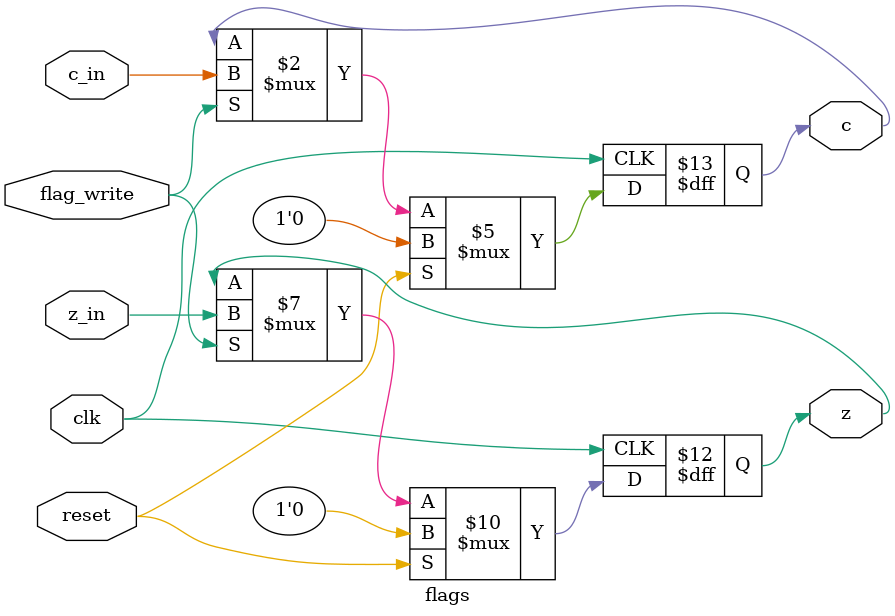
<source format=v>
module flags (
    input clk,
    input reset,
    input flag_write,
    input z_in,
    input c_in,
    output reg z,
    output reg c
);

    always @(posedge clk) begin
        if (reset) begin
            z <= 0;
            c <= 0;
        end else if (flag_write) begin
            z <= z_in;
            c <= c_in;
        end
    end

endmodule

</source>
